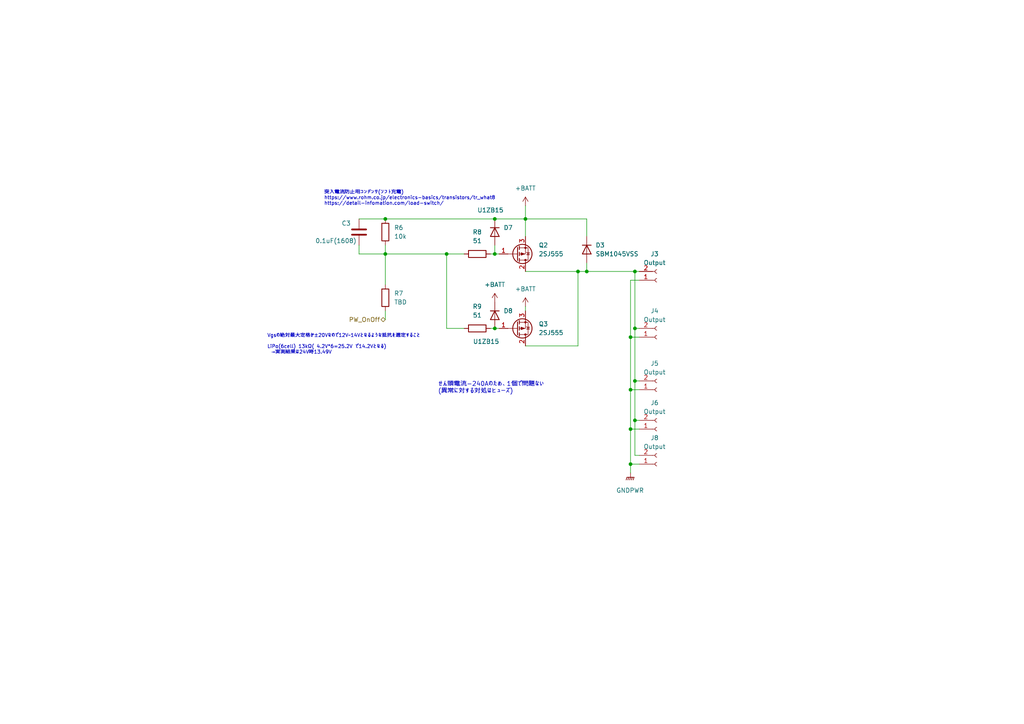
<source format=kicad_sch>
(kicad_sch (version 20211123) (generator eeschema)

  (uuid 4b06092e-e93f-44da-a259-385ace1d558d)

  (paper "A4")

  (title_block
    (date "2023-07-14")
    (rev "2.1")
    (comment 1 "v2.0 バッテリ/制御電源を絶縁、出力を4ch→1chに変更")
  )

  (lib_symbols
    (symbol "Connector:Conn_01x02_Female" (pin_names (offset 1.016) hide) (in_bom yes) (on_board yes)
      (property "Reference" "J" (id 0) (at 0 2.54 0)
        (effects (font (size 1.27 1.27)))
      )
      (property "Value" "Conn_01x02_Female" (id 1) (at 0 -5.08 0)
        (effects (font (size 1.27 1.27)))
      )
      (property "Footprint" "" (id 2) (at 0 0 0)
        (effects (font (size 1.27 1.27)) hide)
      )
      (property "Datasheet" "~" (id 3) (at 0 0 0)
        (effects (font (size 1.27 1.27)) hide)
      )
      (property "ki_keywords" "connector" (id 4) (at 0 0 0)
        (effects (font (size 1.27 1.27)) hide)
      )
      (property "ki_description" "Generic connector, single row, 01x02, script generated (kicad-library-utils/schlib/autogen/connector/)" (id 5) (at 0 0 0)
        (effects (font (size 1.27 1.27)) hide)
      )
      (property "ki_fp_filters" "Connector*:*_1x??_*" (id 6) (at 0 0 0)
        (effects (font (size 1.27 1.27)) hide)
      )
      (symbol "Conn_01x02_Female_1_1"
        (arc (start 0 -2.032) (mid -0.508 -2.54) (end 0 -3.048)
          (stroke (width 0.1524) (type default) (color 0 0 0 0))
          (fill (type none))
        )
        (polyline
          (pts
            (xy -1.27 -2.54)
            (xy -0.508 -2.54)
          )
          (stroke (width 0.1524) (type default) (color 0 0 0 0))
          (fill (type none))
        )
        (polyline
          (pts
            (xy -1.27 0)
            (xy -0.508 0)
          )
          (stroke (width 0.1524) (type default) (color 0 0 0 0))
          (fill (type none))
        )
        (arc (start 0 0.508) (mid -0.508 0) (end 0 -0.508)
          (stroke (width 0.1524) (type default) (color 0 0 0 0))
          (fill (type none))
        )
        (pin passive line (at -5.08 0 0) (length 3.81)
          (name "Pin_1" (effects (font (size 1.27 1.27))))
          (number "1" (effects (font (size 1.27 1.27))))
        )
        (pin passive line (at -5.08 -2.54 0) (length 3.81)
          (name "Pin_2" (effects (font (size 1.27 1.27))))
          (number "2" (effects (font (size 1.27 1.27))))
        )
      )
    )
    (symbol "Device:C" (pin_numbers hide) (pin_names (offset 0.254)) (in_bom yes) (on_board yes)
      (property "Reference" "C" (id 0) (at 0.635 2.54 0)
        (effects (font (size 1.27 1.27)) (justify left))
      )
      (property "Value" "C" (id 1) (at 0.635 -2.54 0)
        (effects (font (size 1.27 1.27)) (justify left))
      )
      (property "Footprint" "" (id 2) (at 0.9652 -3.81 0)
        (effects (font (size 1.27 1.27)) hide)
      )
      (property "Datasheet" "~" (id 3) (at 0 0 0)
        (effects (font (size 1.27 1.27)) hide)
      )
      (property "ki_keywords" "cap capacitor" (id 4) (at 0 0 0)
        (effects (font (size 1.27 1.27)) hide)
      )
      (property "ki_description" "Unpolarized capacitor" (id 5) (at 0 0 0)
        (effects (font (size 1.27 1.27)) hide)
      )
      (property "ki_fp_filters" "C_*" (id 6) (at 0 0 0)
        (effects (font (size 1.27 1.27)) hide)
      )
      (symbol "C_0_1"
        (polyline
          (pts
            (xy -2.032 -0.762)
            (xy 2.032 -0.762)
          )
          (stroke (width 0.508) (type default) (color 0 0 0 0))
          (fill (type none))
        )
        (polyline
          (pts
            (xy -2.032 0.762)
            (xy 2.032 0.762)
          )
          (stroke (width 0.508) (type default) (color 0 0 0 0))
          (fill (type none))
        )
      )
      (symbol "C_1_1"
        (pin passive line (at 0 3.81 270) (length 2.794)
          (name "~" (effects (font (size 1.27 1.27))))
          (number "1" (effects (font (size 1.27 1.27))))
        )
        (pin passive line (at 0 -3.81 90) (length 2.794)
          (name "~" (effects (font (size 1.27 1.27))))
          (number "2" (effects (font (size 1.27 1.27))))
        )
      )
    )
    (symbol "Device:D" (pin_numbers hide) (pin_names (offset 1.016) hide) (in_bom yes) (on_board yes)
      (property "Reference" "D" (id 0) (at 0 2.54 0)
        (effects (font (size 1.27 1.27)))
      )
      (property "Value" "D" (id 1) (at 0 -2.54 0)
        (effects (font (size 1.27 1.27)))
      )
      (property "Footprint" "" (id 2) (at 0 0 0)
        (effects (font (size 1.27 1.27)) hide)
      )
      (property "Datasheet" "~" (id 3) (at 0 0 0)
        (effects (font (size 1.27 1.27)) hide)
      )
      (property "ki_keywords" "diode" (id 4) (at 0 0 0)
        (effects (font (size 1.27 1.27)) hide)
      )
      (property "ki_description" "Diode" (id 5) (at 0 0 0)
        (effects (font (size 1.27 1.27)) hide)
      )
      (property "ki_fp_filters" "TO-???* *_Diode_* *SingleDiode* D_*" (id 6) (at 0 0 0)
        (effects (font (size 1.27 1.27)) hide)
      )
      (symbol "D_0_1"
        (polyline
          (pts
            (xy -1.27 1.27)
            (xy -1.27 -1.27)
          )
          (stroke (width 0.254) (type default) (color 0 0 0 0))
          (fill (type none))
        )
        (polyline
          (pts
            (xy 1.27 0)
            (xy -1.27 0)
          )
          (stroke (width 0) (type default) (color 0 0 0 0))
          (fill (type none))
        )
        (polyline
          (pts
            (xy 1.27 1.27)
            (xy 1.27 -1.27)
            (xy -1.27 0)
            (xy 1.27 1.27)
          )
          (stroke (width 0.254) (type default) (color 0 0 0 0))
          (fill (type none))
        )
      )
      (symbol "D_1_1"
        (pin passive line (at -3.81 0 0) (length 2.54)
          (name "K" (effects (font (size 1.27 1.27))))
          (number "1" (effects (font (size 1.27 1.27))))
        )
        (pin passive line (at 3.81 0 180) (length 2.54)
          (name "A" (effects (font (size 1.27 1.27))))
          (number "2" (effects (font (size 1.27 1.27))))
        )
      )
    )
    (symbol "Device:Q_PMOS_GDS" (pin_names (offset 0) hide) (in_bom yes) (on_board yes)
      (property "Reference" "Q" (id 0) (at 5.08 1.27 0)
        (effects (font (size 1.27 1.27)) (justify left))
      )
      (property "Value" "Q_PMOS_GDS" (id 1) (at 5.08 -1.27 0)
        (effects (font (size 1.27 1.27)) (justify left))
      )
      (property "Footprint" "" (id 2) (at 5.08 2.54 0)
        (effects (font (size 1.27 1.27)) hide)
      )
      (property "Datasheet" "~" (id 3) (at 0 0 0)
        (effects (font (size 1.27 1.27)) hide)
      )
      (property "ki_keywords" "transistor PMOS P-MOS P-MOSFET" (id 4) (at 0 0 0)
        (effects (font (size 1.27 1.27)) hide)
      )
      (property "ki_description" "P-MOSFET transistor, gate/drain/source" (id 5) (at 0 0 0)
        (effects (font (size 1.27 1.27)) hide)
      )
      (symbol "Q_PMOS_GDS_0_1"
        (polyline
          (pts
            (xy 0.254 0)
            (xy -2.54 0)
          )
          (stroke (width 0) (type default) (color 0 0 0 0))
          (fill (type none))
        )
        (polyline
          (pts
            (xy 0.254 1.905)
            (xy 0.254 -1.905)
          )
          (stroke (width 0.254) (type default) (color 0 0 0 0))
          (fill (type none))
        )
        (polyline
          (pts
            (xy 0.762 -1.27)
            (xy 0.762 -2.286)
          )
          (stroke (width 0.254) (type default) (color 0 0 0 0))
          (fill (type none))
        )
        (polyline
          (pts
            (xy 0.762 0.508)
            (xy 0.762 -0.508)
          )
          (stroke (width 0.254) (type default) (color 0 0 0 0))
          (fill (type none))
        )
        (polyline
          (pts
            (xy 0.762 2.286)
            (xy 0.762 1.27)
          )
          (stroke (width 0.254) (type default) (color 0 0 0 0))
          (fill (type none))
        )
        (polyline
          (pts
            (xy 2.54 2.54)
            (xy 2.54 1.778)
          )
          (stroke (width 0) (type default) (color 0 0 0 0))
          (fill (type none))
        )
        (polyline
          (pts
            (xy 2.54 -2.54)
            (xy 2.54 0)
            (xy 0.762 0)
          )
          (stroke (width 0) (type default) (color 0 0 0 0))
          (fill (type none))
        )
        (polyline
          (pts
            (xy 0.762 1.778)
            (xy 3.302 1.778)
            (xy 3.302 -1.778)
            (xy 0.762 -1.778)
          )
          (stroke (width 0) (type default) (color 0 0 0 0))
          (fill (type none))
        )
        (polyline
          (pts
            (xy 2.286 0)
            (xy 1.27 0.381)
            (xy 1.27 -0.381)
            (xy 2.286 0)
          )
          (stroke (width 0) (type default) (color 0 0 0 0))
          (fill (type outline))
        )
        (polyline
          (pts
            (xy 2.794 -0.508)
            (xy 2.921 -0.381)
            (xy 3.683 -0.381)
            (xy 3.81 -0.254)
          )
          (stroke (width 0) (type default) (color 0 0 0 0))
          (fill (type none))
        )
        (polyline
          (pts
            (xy 3.302 -0.381)
            (xy 2.921 0.254)
            (xy 3.683 0.254)
            (xy 3.302 -0.381)
          )
          (stroke (width 0) (type default) (color 0 0 0 0))
          (fill (type none))
        )
        (circle (center 1.651 0) (radius 2.794)
          (stroke (width 0.254) (type default) (color 0 0 0 0))
          (fill (type none))
        )
        (circle (center 2.54 -1.778) (radius 0.254)
          (stroke (width 0) (type default) (color 0 0 0 0))
          (fill (type outline))
        )
        (circle (center 2.54 1.778) (radius 0.254)
          (stroke (width 0) (type default) (color 0 0 0 0))
          (fill (type outline))
        )
      )
      (symbol "Q_PMOS_GDS_1_1"
        (pin input line (at -5.08 0 0) (length 2.54)
          (name "G" (effects (font (size 1.27 1.27))))
          (number "1" (effects (font (size 1.27 1.27))))
        )
        (pin passive line (at 2.54 5.08 270) (length 2.54)
          (name "D" (effects (font (size 1.27 1.27))))
          (number "2" (effects (font (size 1.27 1.27))))
        )
        (pin passive line (at 2.54 -5.08 90) (length 2.54)
          (name "S" (effects (font (size 1.27 1.27))))
          (number "3" (effects (font (size 1.27 1.27))))
        )
      )
    )
    (symbol "Device:R" (pin_numbers hide) (pin_names (offset 0)) (in_bom yes) (on_board yes)
      (property "Reference" "R" (id 0) (at 2.032 0 90)
        (effects (font (size 1.27 1.27)))
      )
      (property "Value" "R" (id 1) (at 0 0 90)
        (effects (font (size 1.27 1.27)))
      )
      (property "Footprint" "" (id 2) (at -1.778 0 90)
        (effects (font (size 1.27 1.27)) hide)
      )
      (property "Datasheet" "~" (id 3) (at 0 0 0)
        (effects (font (size 1.27 1.27)) hide)
      )
      (property "ki_keywords" "R res resistor" (id 4) (at 0 0 0)
        (effects (font (size 1.27 1.27)) hide)
      )
      (property "ki_description" "Resistor" (id 5) (at 0 0 0)
        (effects (font (size 1.27 1.27)) hide)
      )
      (property "ki_fp_filters" "R_*" (id 6) (at 0 0 0)
        (effects (font (size 1.27 1.27)) hide)
      )
      (symbol "R_0_1"
        (rectangle (start -1.016 -2.54) (end 1.016 2.54)
          (stroke (width 0.254) (type default) (color 0 0 0 0))
          (fill (type none))
        )
      )
      (symbol "R_1_1"
        (pin passive line (at 0 3.81 270) (length 1.27)
          (name "~" (effects (font (size 1.27 1.27))))
          (number "1" (effects (font (size 1.27 1.27))))
        )
        (pin passive line (at 0 -3.81 90) (length 1.27)
          (name "~" (effects (font (size 1.27 1.27))))
          (number "2" (effects (font (size 1.27 1.27))))
        )
      )
    )
    (symbol "power:+BATT" (power) (pin_names (offset 0)) (in_bom yes) (on_board yes)
      (property "Reference" "#PWR" (id 0) (at 0 -3.81 0)
        (effects (font (size 1.27 1.27)) hide)
      )
      (property "Value" "+BATT" (id 1) (at 0 3.556 0)
        (effects (font (size 1.27 1.27)))
      )
      (property "Footprint" "" (id 2) (at 0 0 0)
        (effects (font (size 1.27 1.27)) hide)
      )
      (property "Datasheet" "" (id 3) (at 0 0 0)
        (effects (font (size 1.27 1.27)) hide)
      )
      (property "ki_keywords" "power-flag battery" (id 4) (at 0 0 0)
        (effects (font (size 1.27 1.27)) hide)
      )
      (property "ki_description" "Power symbol creates a global label with name \"+BATT\"" (id 5) (at 0 0 0)
        (effects (font (size 1.27 1.27)) hide)
      )
      (symbol "+BATT_0_1"
        (polyline
          (pts
            (xy -0.762 1.27)
            (xy 0 2.54)
          )
          (stroke (width 0) (type default) (color 0 0 0 0))
          (fill (type none))
        )
        (polyline
          (pts
            (xy 0 0)
            (xy 0 2.54)
          )
          (stroke (width 0) (type default) (color 0 0 0 0))
          (fill (type none))
        )
        (polyline
          (pts
            (xy 0 2.54)
            (xy 0.762 1.27)
          )
          (stroke (width 0) (type default) (color 0 0 0 0))
          (fill (type none))
        )
      )
      (symbol "+BATT_1_1"
        (pin power_in line (at 0 0 90) (length 0) hide
          (name "+BATT" (effects (font (size 1.27 1.27))))
          (number "1" (effects (font (size 1.27 1.27))))
        )
      )
    )
    (symbol "power:GNDPWR" (power) (pin_names (offset 0)) (in_bom yes) (on_board yes)
      (property "Reference" "#PWR" (id 0) (at 0 -5.08 0)
        (effects (font (size 1.27 1.27)) hide)
      )
      (property "Value" "GNDPWR" (id 1) (at 0 -3.302 0)
        (effects (font (size 1.27 1.27)))
      )
      (property "Footprint" "" (id 2) (at 0 -1.27 0)
        (effects (font (size 1.27 1.27)) hide)
      )
      (property "Datasheet" "" (id 3) (at 0 -1.27 0)
        (effects (font (size 1.27 1.27)) hide)
      )
      (property "ki_keywords" "power-flag" (id 4) (at 0 0 0)
        (effects (font (size 1.27 1.27)) hide)
      )
      (property "ki_description" "Power symbol creates a global label with name \"GNDPWR\" , power ground" (id 5) (at 0 0 0)
        (effects (font (size 1.27 1.27)) hide)
      )
      (symbol "GNDPWR_0_1"
        (polyline
          (pts
            (xy 0 -1.27)
            (xy 0 0)
          )
          (stroke (width 0) (type default) (color 0 0 0 0))
          (fill (type none))
        )
        (polyline
          (pts
            (xy -1.016 -1.27)
            (xy -1.27 -2.032)
            (xy -1.27 -2.032)
          )
          (stroke (width 0.2032) (type default) (color 0 0 0 0))
          (fill (type none))
        )
        (polyline
          (pts
            (xy -0.508 -1.27)
            (xy -0.762 -2.032)
            (xy -0.762 -2.032)
          )
          (stroke (width 0.2032) (type default) (color 0 0 0 0))
          (fill (type none))
        )
        (polyline
          (pts
            (xy 0 -1.27)
            (xy -0.254 -2.032)
            (xy -0.254 -2.032)
          )
          (stroke (width 0.2032) (type default) (color 0 0 0 0))
          (fill (type none))
        )
        (polyline
          (pts
            (xy 0.508 -1.27)
            (xy 0.254 -2.032)
            (xy 0.254 -2.032)
          )
          (stroke (width 0.2032) (type default) (color 0 0 0 0))
          (fill (type none))
        )
        (polyline
          (pts
            (xy 1.016 -1.27)
            (xy -1.016 -1.27)
            (xy -1.016 -1.27)
          )
          (stroke (width 0.2032) (type default) (color 0 0 0 0))
          (fill (type none))
        )
        (polyline
          (pts
            (xy 1.016 -1.27)
            (xy 0.762 -2.032)
            (xy 0.762 -2.032)
            (xy 0.762 -2.032)
          )
          (stroke (width 0.2032) (type default) (color 0 0 0 0))
          (fill (type none))
        )
      )
      (symbol "GNDPWR_1_1"
        (pin power_in line (at 0 0 270) (length 0) hide
          (name "GNDPWR" (effects (font (size 1.27 1.27))))
          (number "1" (effects (font (size 1.27 1.27))))
        )
      )
    )
  )

  (junction (at 170.18 78.74) (diameter 0) (color 0 0 0 0)
    (uuid 531c408c-9e99-4c0f-b1be-70ffebbab032)
  )
  (junction (at 184.15 110.49) (diameter 0) (color 0 0 0 0)
    (uuid 591af136-bfef-4f06-93a4-0cf7f2a9338a)
  )
  (junction (at 182.88 97.79) (diameter 0) (color 0 0 0 0)
    (uuid 5e73d8ab-4de3-4c66-a5bd-a4c64b1c59d1)
  )
  (junction (at 182.88 134.62) (diameter 0) (color 0 0 0 0)
    (uuid 7aec04d8-58f0-43c9-bed5-8f8cc444f97c)
  )
  (junction (at 111.76 73.66) (diameter 0) (color 0 0 0 0)
    (uuid 87df8969-c9d4-4a27-8b30-a46115c52469)
  )
  (junction (at 152.4 63.5) (diameter 0) (color 0 0 0 0)
    (uuid 9df9e3e8-65e2-425d-9bb9-d8caaa809f08)
  )
  (junction (at 111.76 63.5) (diameter 0) (color 0 0 0 0)
    (uuid a70ac92a-7281-4c37-b45b-c748e29ac74c)
  )
  (junction (at 143.51 63.5) (diameter 0) (color 0 0 0 0)
    (uuid b068dc1e-e58a-4ae9-86bd-b45a7509ccb7)
  )
  (junction (at 129.54 73.66) (diameter 0) (color 0 0 0 0)
    (uuid b77d3f36-c921-4346-8eab-895b1690118e)
  )
  (junction (at 167.64 78.74) (diameter 0) (color 0 0 0 0)
    (uuid bea674af-25ca-44f5-8626-f5c5e106a0c2)
  )
  (junction (at 182.88 124.46) (diameter 0) (color 0 0 0 0)
    (uuid cc9d8d89-d1f1-4b1b-a500-eec53b3fd237)
  )
  (junction (at 143.51 95.25) (diameter 0) (color 0 0 0 0)
    (uuid d42a95e7-47b1-4293-a6fb-22816b5c5835)
  )
  (junction (at 182.88 113.03) (diameter 0) (color 0 0 0 0)
    (uuid d49c381a-d21a-451f-8b89-ca419680f5bb)
  )
  (junction (at 184.15 78.74) (diameter 0) (color 0 0 0 0)
    (uuid e3cf8c9c-4b06-47ef-bb63-469b53982a13)
  )
  (junction (at 143.51 73.66) (diameter 0) (color 0 0 0 0)
    (uuid e8f87cbb-81c9-4e7c-ab6e-95facdf865a9)
  )
  (junction (at 184.15 95.25) (diameter 0) (color 0 0 0 0)
    (uuid eac6cba7-d28a-48cf-ad90-b39e52d238e4)
  )
  (junction (at 184.15 121.92) (diameter 0) (color 0 0 0 0)
    (uuid f7ab278f-0e4d-4432-8e9d-62d221ad266f)
  )

  (wire (pts (xy 182.88 137.16) (xy 182.88 134.62))
    (stroke (width 0) (type default) (color 0 0 0 0))
    (uuid 01526839-24b7-4b77-bc29-8fba32eea208)
  )
  (wire (pts (xy 152.4 78.74) (xy 167.64 78.74))
    (stroke (width 0) (type default) (color 0 0 0 0))
    (uuid 09ce58bf-b305-4cfb-b459-c1d1119f7726)
  )
  (wire (pts (xy 111.76 73.66) (xy 104.14 73.66))
    (stroke (width 0) (type default) (color 0 0 0 0))
    (uuid 0c590ff3-1fce-4c47-a445-69484d25c40a)
  )
  (wire (pts (xy 129.54 73.66) (xy 134.62 73.66))
    (stroke (width 0) (type default) (color 0 0 0 0))
    (uuid 2070c959-b209-400a-aee0-8dce49cd9fb6)
  )
  (wire (pts (xy 152.4 59.69) (xy 152.4 63.5))
    (stroke (width 0) (type default) (color 0 0 0 0))
    (uuid 21d7d314-d8a8-4a3b-a702-7afd49d13dc3)
  )
  (wire (pts (xy 152.4 100.33) (xy 167.64 100.33))
    (stroke (width 0) (type default) (color 0 0 0 0))
    (uuid 26da9679-4e28-41ff-a4ec-33bdba893da4)
  )
  (wire (pts (xy 104.14 63.5) (xy 111.76 63.5))
    (stroke (width 0) (type default) (color 0 0 0 0))
    (uuid 2a43154e-4172-44ef-ab19-916a191956a3)
  )
  (wire (pts (xy 129.54 73.66) (xy 129.54 95.25))
    (stroke (width 0) (type default) (color 0 0 0 0))
    (uuid 2bc05357-b256-4fd1-a73e-46fe8c964aee)
  )
  (wire (pts (xy 182.88 124.46) (xy 182.88 113.03))
    (stroke (width 0) (type default) (color 0 0 0 0))
    (uuid 2de97127-53bf-4c49-a05a-50879dc98c51)
  )
  (wire (pts (xy 182.88 97.79) (xy 182.88 81.28))
    (stroke (width 0) (type default) (color 0 0 0 0))
    (uuid 2f4feff1-65a5-4dd8-9ce8-aab2793c9641)
  )
  (wire (pts (xy 111.76 73.66) (xy 129.54 73.66))
    (stroke (width 0) (type default) (color 0 0 0 0))
    (uuid 2f50a873-7eed-4523-91d8-3676c63e3b75)
  )
  (wire (pts (xy 184.15 132.08) (xy 184.15 121.92))
    (stroke (width 0) (type default) (color 0 0 0 0))
    (uuid 32f9e766-9bf8-4e20-b202-b849997055a2)
  )
  (wire (pts (xy 167.64 78.74) (xy 170.18 78.74))
    (stroke (width 0) (type default) (color 0 0 0 0))
    (uuid 4142e3e8-e601-4197-95bf-a8d50e8ff3ef)
  )
  (wire (pts (xy 143.51 73.66) (xy 144.78 73.66))
    (stroke (width 0) (type default) (color 0 0 0 0))
    (uuid 50136004-98b6-4c45-861c-27c2e0a51317)
  )
  (wire (pts (xy 182.88 124.46) (xy 185.42 124.46))
    (stroke (width 0) (type default) (color 0 0 0 0))
    (uuid 53a210f6-ed44-4b20-9530-adc90c90b0fa)
  )
  (wire (pts (xy 111.76 71.12) (xy 111.76 73.66))
    (stroke (width 0) (type default) (color 0 0 0 0))
    (uuid 5ba8225d-58e3-4a9a-be74-5f5630ac4f2b)
  )
  (wire (pts (xy 182.88 134.62) (xy 182.88 124.46))
    (stroke (width 0) (type default) (color 0 0 0 0))
    (uuid 5f8e8902-754c-4dd0-a7c6-4a3d203beca8)
  )
  (wire (pts (xy 152.4 63.5) (xy 152.4 68.58))
    (stroke (width 0) (type default) (color 0 0 0 0))
    (uuid 61ae43d7-ad75-4e31-8c1b-b4eb2534daa2)
  )
  (wire (pts (xy 182.88 134.62) (xy 185.42 134.62))
    (stroke (width 0) (type default) (color 0 0 0 0))
    (uuid 660921ef-0b7c-4ef5-96f7-630d599ce19e)
  )
  (wire (pts (xy 182.88 97.79) (xy 185.42 97.79))
    (stroke (width 0) (type default) (color 0 0 0 0))
    (uuid 690253b0-d760-4f87-91a7-6bb235e58756)
  )
  (wire (pts (xy 143.51 63.5) (xy 152.4 63.5))
    (stroke (width 0) (type default) (color 0 0 0 0))
    (uuid 6c5903d3-e93c-43b3-95da-491decff227f)
  )
  (wire (pts (xy 182.88 113.03) (xy 185.42 113.03))
    (stroke (width 0) (type default) (color 0 0 0 0))
    (uuid 7fc2e7fb-6405-4b53-bcb6-e5beed9984fe)
  )
  (wire (pts (xy 185.42 110.49) (xy 184.15 110.49))
    (stroke (width 0) (type default) (color 0 0 0 0))
    (uuid 85006390-ffc0-46d3-bac2-2b6a082ca7a3)
  )
  (wire (pts (xy 143.51 95.25) (xy 144.78 95.25))
    (stroke (width 0) (type default) (color 0 0 0 0))
    (uuid 87ed6d29-7e44-4ef5-acd4-ac5ee130de89)
  )
  (wire (pts (xy 184.15 78.74) (xy 185.42 78.74))
    (stroke (width 0) (type default) (color 0 0 0 0))
    (uuid 8c19158f-ab5a-4163-a77a-573027e9cccf)
  )
  (wire (pts (xy 104.14 73.66) (xy 104.14 71.12))
    (stroke (width 0) (type default) (color 0 0 0 0))
    (uuid 8d5415b9-7d82-42ae-a817-7731223d1a08)
  )
  (wire (pts (xy 111.76 73.66) (xy 111.76 82.55))
    (stroke (width 0) (type default) (color 0 0 0 0))
    (uuid 8f44137c-0051-40ff-98b3-2a3911006058)
  )
  (wire (pts (xy 184.15 121.92) (xy 185.42 121.92))
    (stroke (width 0) (type default) (color 0 0 0 0))
    (uuid 9c735ee2-53a7-4ff6-bd8a-6b6d4dd947d3)
  )
  (wire (pts (xy 185.42 95.25) (xy 184.15 95.25))
    (stroke (width 0) (type default) (color 0 0 0 0))
    (uuid 9f4280a2-e95d-4e1d-a2ef-c3392544416a)
  )
  (wire (pts (xy 170.18 68.58) (xy 170.18 63.5))
    (stroke (width 0) (type default) (color 0 0 0 0))
    (uuid aea2ee18-8e64-48d1-8c50-c9e4f8245062)
  )
  (wire (pts (xy 185.42 132.08) (xy 184.15 132.08))
    (stroke (width 0) (type default) (color 0 0 0 0))
    (uuid af2871bc-7483-4465-91bf-2330579c57ef)
  )
  (wire (pts (xy 152.4 88.9) (xy 152.4 90.17))
    (stroke (width 0) (type default) (color 0 0 0 0))
    (uuid b079b053-f0b9-42d9-839b-47085f79c829)
  )
  (wire (pts (xy 184.15 95.25) (xy 184.15 78.74))
    (stroke (width 0) (type default) (color 0 0 0 0))
    (uuid b439f948-69de-4dde-96c3-e4f095dc65a9)
  )
  (wire (pts (xy 184.15 110.49) (xy 184.15 121.92))
    (stroke (width 0) (type default) (color 0 0 0 0))
    (uuid b68b87ac-57c5-4023-9fcb-084b94c801d4)
  )
  (wire (pts (xy 182.88 113.03) (xy 182.88 97.79))
    (stroke (width 0) (type default) (color 0 0 0 0))
    (uuid bedfebff-b5cf-42fc-a609-177ba16e93eb)
  )
  (wire (pts (xy 167.64 100.33) (xy 167.64 78.74))
    (stroke (width 0) (type default) (color 0 0 0 0))
    (uuid c112c1ef-7839-4042-bc72-ae3011343623)
  )
  (wire (pts (xy 142.24 95.25) (xy 143.51 95.25))
    (stroke (width 0) (type default) (color 0 0 0 0))
    (uuid c11ebe43-f937-42f7-91c5-4662d3b1cf30)
  )
  (wire (pts (xy 129.54 95.25) (xy 134.62 95.25))
    (stroke (width 0) (type default) (color 0 0 0 0))
    (uuid d4b765ad-15d5-4440-a7e2-7ba3040b51ed)
  )
  (wire (pts (xy 111.76 90.17) (xy 111.76 92.71))
    (stroke (width 0) (type default) (color 0 0 0 0))
    (uuid d58a31f7-6802-4c9b-8182-5ba1078e246c)
  )
  (wire (pts (xy 142.24 73.66) (xy 143.51 73.66))
    (stroke (width 0) (type default) (color 0 0 0 0))
    (uuid dabd5fa3-5d94-4d62-a32c-c3793c3bfeb0)
  )
  (wire (pts (xy 184.15 110.49) (xy 184.15 95.25))
    (stroke (width 0) (type default) (color 0 0 0 0))
    (uuid dbc190f2-92a5-4dea-9f4f-49b4143d723c)
  )
  (wire (pts (xy 143.51 71.12) (xy 143.51 73.66))
    (stroke (width 0) (type default) (color 0 0 0 0))
    (uuid e21d64ec-ca99-4407-b0c3-b56476ec34c2)
  )
  (wire (pts (xy 170.18 63.5) (xy 152.4 63.5))
    (stroke (width 0) (type default) (color 0 0 0 0))
    (uuid ebc6ad0f-7854-488e-8e83-446475209337)
  )
  (wire (pts (xy 111.76 63.5) (xy 143.51 63.5))
    (stroke (width 0) (type default) (color 0 0 0 0))
    (uuid f0ab5267-cc47-4868-8042-c616ee37a414)
  )
  (wire (pts (xy 170.18 78.74) (xy 184.15 78.74))
    (stroke (width 0) (type default) (color 0 0 0 0))
    (uuid f3af70d8-664b-43ac-8738-8e5e9c5f375e)
  )
  (wire (pts (xy 170.18 76.2) (xy 170.18 78.74))
    (stroke (width 0) (type default) (color 0 0 0 0))
    (uuid f55c2f57-6d22-4587-b2d1-37d0c53c6ce3)
  )
  (wire (pts (xy 182.88 81.28) (xy 185.42 81.28))
    (stroke (width 0) (type default) (color 0 0 0 0))
    (uuid fb036581-9c5a-4eb2-8628-4cb714044ad0)
  )

  (text "突入電流防止用コンデンサ(ソフト充電)\nhttps://www.rohm.co.jp/electronics-basics/transistors/tr_what8\nhttps://detail-infomation.com/load-switch/"
    (at 93.98 59.69 0)
    (effects (font (size 1 1)) (justify left bottom))
    (uuid 05da8274-e3f8-4129-9736-2d127c0935ee)
  )
  (text "Vgsの絶対最大定格が±20Vなので12V~14Vとなるような抵抗を選定すること\n\nLiPo(6cell) 13kΩ( 4.2V*6=25.2V で14.2Vとなる)\n　→実測結果は24V時13.49V"
    (at 77.47 102.87 0)
    (effects (font (size 1 1)) (justify left bottom))
    (uuid 1dafe483-7653-4a73-8205-2df083e2f443)
  )
  (text "せん頭電流-240Aのため、1個で問題ない\n(異常に対する対処はヒューズ)" (at 127 114.3 0)
    (effects (font (size 1.27 1.27)) (justify left bottom))
    (uuid 27dd4dc5-0ec3-4808-9a51-ae40835169ab)
  )

  (hierarchical_label "PW_OnOff" (shape bidirectional) (at 111.76 92.71 180)
    (effects (font (size 1.27 1.27)) (justify right))
    (uuid 056761fe-b92f-4bfc-a580-3f402ca9506e)
  )

  (symbol (lib_id "power:+BATT") (at 152.4 59.69 0) (unit 1)
    (in_bom yes) (on_board yes) (fields_autoplaced)
    (uuid 0a247fb6-0f2f-45c4-9719-64a3a5ad9cd3)
    (property "Reference" "#PWR016" (id 0) (at 152.4 63.5 0)
      (effects (font (size 1.27 1.27)) hide)
    )
    (property "Value" "+BATT" (id 1) (at 152.4 54.61 0))
    (property "Footprint" "" (id 2) (at 152.4 59.69 0)
      (effects (font (size 1.27 1.27)) hide)
    )
    (property "Datasheet" "" (id 3) (at 152.4 59.69 0)
      (effects (font (size 1.27 1.27)) hide)
    )
    (pin "1" (uuid ddfc9f63-daa9-4875-b9e5-185b045ff12c))
  )

  (symbol (lib_id "Connector:Conn_01x02_Female") (at 190.5 134.62 0) (mirror x) (unit 1)
    (in_bom yes) (on_board yes) (fields_autoplaced)
    (uuid 13427e0d-38ea-478e-8846-96b083210f9b)
    (property "Reference" "J8" (id 0) (at 189.865 127 0))
    (property "Value" "Output" (id 1) (at 189.865 129.54 0))
    (property "Footprint" "Connector_AMASS:AMASS_XT30U-F_1x02_P5.0mm_Vertical" (id 2) (at 190.5 134.62 0)
      (effects (font (size 1.27 1.27)) hide)
    )
    (property "Datasheet" "~" (id 3) (at 190.5 134.62 0)
      (effects (font (size 1.27 1.27)) hide)
    )
    (pin "1" (uuid d93a9d99-282e-45d5-ad0b-5e4dd3e373ad))
    (pin "2" (uuid 990db5ff-0203-43ba-827b-a146f73ba24f))
  )

  (symbol (lib_id "power:+BATT") (at 143.51 87.63 0) (unit 1)
    (in_bom yes) (on_board yes) (fields_autoplaced)
    (uuid 2fc200ea-a4db-461c-a881-e37f0243bff1)
    (property "Reference" "#PWR0103" (id 0) (at 143.51 91.44 0)
      (effects (font (size 1.27 1.27)) hide)
    )
    (property "Value" "+BATT" (id 1) (at 143.51 82.55 0))
    (property "Footprint" "" (id 2) (at 143.51 87.63 0)
      (effects (font (size 1.27 1.27)) hide)
    )
    (property "Datasheet" "" (id 3) (at 143.51 87.63 0)
      (effects (font (size 1.27 1.27)) hide)
    )
    (pin "1" (uuid fb15c37d-7997-41f8-9b16-4cad1717dd06))
  )

  (symbol (lib_id "power:+BATT") (at 152.4 88.9 0) (unit 1)
    (in_bom yes) (on_board yes) (fields_autoplaced)
    (uuid 3768922b-b0e9-43e5-843c-39f05fa7e86f)
    (property "Reference" "#PWR017" (id 0) (at 152.4 92.71 0)
      (effects (font (size 1.27 1.27)) hide)
    )
    (property "Value" "+BATT" (id 1) (at 152.4 83.82 0))
    (property "Footprint" "" (id 2) (at 152.4 88.9 0)
      (effects (font (size 1.27 1.27)) hide)
    )
    (property "Datasheet" "" (id 3) (at 152.4 88.9 0)
      (effects (font (size 1.27 1.27)) hide)
    )
    (pin "1" (uuid 17e9bad3-f6bf-4e65-b194-41b0a5f53346))
  )

  (symbol (lib_id "Connector:Conn_01x02_Female") (at 190.5 81.28 0) (mirror x) (unit 1)
    (in_bom yes) (on_board yes) (fields_autoplaced)
    (uuid 42f82359-18ba-4730-9b6b-81f49e00a137)
    (property "Reference" "J3" (id 0) (at 189.865 73.66 0))
    (property "Value" "Output" (id 1) (at 189.865 76.2 0))
    (property "Footprint" "Connector_AMASS:AMASS_XT60-F_1x02_P7.20mm_Vertical" (id 2) (at 190.5 81.28 0)
      (effects (font (size 1.27 1.27)) hide)
    )
    (property "Datasheet" "~" (id 3) (at 190.5 81.28 0)
      (effects (font (size 1.27 1.27)) hide)
    )
    (pin "1" (uuid 513e2ee4-a291-4099-8e11-03c2aeb95f99))
    (pin "2" (uuid 84c010db-124e-445d-9734-d222e77c12a8))
  )

  (symbol (lib_id "Device:C") (at 104.14 67.31 0) (unit 1)
    (in_bom yes) (on_board yes)
    (uuid 4515c77a-15ed-485f-a71d-9eb5377b2290)
    (property "Reference" "C3" (id 0) (at 99.06 64.77 0)
      (effects (font (size 1.27 1.27)) (justify left))
    )
    (property "Value" "0.1uF(1608)" (id 1) (at 91.44 69.85 0)
      (effects (font (size 1.27 1.27)) (justify left))
    )
    (property "Footprint" "Capacitor_SMD:C_0603_1608Metric_Pad1.08x0.95mm_HandSolder" (id 2) (at 105.1052 71.12 0)
      (effects (font (size 1.27 1.27)) hide)
    )
    (property "Datasheet" "~" (id 3) (at 104.14 67.31 0)
      (effects (font (size 1.27 1.27)) hide)
    )
    (pin "1" (uuid a89f9b88-6ccf-4c09-8f77-d3bed24f0838))
    (pin "2" (uuid 17c40444-d0a8-4097-b413-c361411494d2))
  )

  (symbol (lib_id "Device:Q_PMOS_GDS") (at 149.86 73.66 0) (mirror x) (unit 1)
    (in_bom yes) (on_board yes)
    (uuid 566e0c95-d736-46d3-91ec-05e2858f1be4)
    (property "Reference" "Q2" (id 0) (at 156.21 71.12 0)
      (effects (font (size 1.27 1.27)) (justify left))
    )
    (property "Value" "2SJ555" (id 1) (at 156.21 73.66 0)
      (effects (font (size 1.27 1.27)) (justify left))
    )
    (property "Footprint" "Package_TO_SOT_THT:TO-3P-3_Vertical" (id 2) (at 154.94 76.2 0)
      (effects (font (size 1.27 1.27)) hide)
    )
    (property "Datasheet" "~" (id 3) (at 149.86 73.66 0)
      (effects (font (size 1.27 1.27)) hide)
    )
    (pin "1" (uuid 35431b0a-96d8-4b76-aab9-cf95cfbdeca9))
    (pin "2" (uuid caa6a629-ae55-4e25-9b4f-320d64a60541))
    (pin "3" (uuid 9173a8eb-b39a-4713-84f8-38640fec8a37))
  )

  (symbol (lib_id "Device:R") (at 111.76 67.31 0) (unit 1)
    (in_bom yes) (on_board yes) (fields_autoplaced)
    (uuid 5f51d9a3-ea73-470d-a4ab-c25b012940ab)
    (property "Reference" "R6" (id 0) (at 114.3 66.0399 0)
      (effects (font (size 1.27 1.27)) (justify left))
    )
    (property "Value" "10k" (id 1) (at 114.3 68.5799 0)
      (effects (font (size 1.27 1.27)) (justify left))
    )
    (property "Footprint" "Resistor_SMD:R_0603_1608Metric_Pad0.98x0.95mm_HandSolder" (id 2) (at 109.982 67.31 90)
      (effects (font (size 1.27 1.27)) hide)
    )
    (property "Datasheet" "~" (id 3) (at 111.76 67.31 0)
      (effects (font (size 1.27 1.27)) hide)
    )
    (pin "1" (uuid afe06733-ea21-4594-92a4-8dafbd7e022a))
    (pin "2" (uuid ab91fb33-4cc2-4b29-8ee9-48d97240c0a5))
  )

  (symbol (lib_id "Device:D") (at 170.18 72.39 270) (unit 1)
    (in_bom yes) (on_board yes) (fields_autoplaced)
    (uuid 6241c9f4-0903-4c2b-ba8e-0febb2c07887)
    (property "Reference" "D3" (id 0) (at 172.72 71.1199 90)
      (effects (font (size 1.27 1.27)) (justify left))
    )
    (property "Value" "SBM1045VSS" (id 1) (at 172.72 73.6599 90)
      (effects (font (size 1.27 1.27)) (justify left))
    )
    (property "Footprint" "Diode_THT:D_DO-201_P15.24mm_Horizontal" (id 2) (at 170.18 72.39 0)
      (effects (font (size 1.27 1.27)) hide)
    )
    (property "Datasheet" "~" (id 3) (at 170.18 72.39 0)
      (effects (font (size 1.27 1.27)) hide)
    )
    (pin "1" (uuid 33b8b05a-14c3-41e4-b32f-e0f350da39f6))
    (pin "2" (uuid 6337088b-c7da-4158-99b8-cbe82f513f4a))
  )

  (symbol (lib_id "Device:R") (at 138.43 73.66 90) (unit 1)
    (in_bom yes) (on_board yes) (fields_autoplaced)
    (uuid 68d4edfd-c8ec-4c7d-b141-d15697143b39)
    (property "Reference" "R8" (id 0) (at 138.43 67.31 90))
    (property "Value" "51" (id 1) (at 138.43 69.85 90))
    (property "Footprint" "Resistor_SMD:R_0603_1608Metric_Pad0.98x0.95mm_HandSolder" (id 2) (at 138.43 75.438 90)
      (effects (font (size 1.27 1.27)) hide)
    )
    (property "Datasheet" "~" (id 3) (at 138.43 73.66 0)
      (effects (font (size 1.27 1.27)) hide)
    )
    (pin "1" (uuid ef3dc9ce-0b57-4c70-9181-12d122f82043))
    (pin "2" (uuid 072df4ec-ef0f-46e7-b86e-8d12c751e2fc))
  )

  (symbol (lib_id "Device:Q_PMOS_GDS") (at 149.86 95.25 0) (mirror x) (unit 1)
    (in_bom yes) (on_board yes) (fields_autoplaced)
    (uuid 6e71640f-57bd-433d-92af-dc07ef1f4a47)
    (property "Reference" "Q3" (id 0) (at 156.21 93.9799 0)
      (effects (font (size 1.27 1.27)) (justify left))
    )
    (property "Value" "2SJ555" (id 1) (at 156.21 96.5199 0)
      (effects (font (size 1.27 1.27)) (justify left))
    )
    (property "Footprint" "Package_TO_SOT_THT:TO-3P-3_Vertical" (id 2) (at 154.94 97.79 0)
      (effects (font (size 1.27 1.27)) hide)
    )
    (property "Datasheet" "~" (id 3) (at 149.86 95.25 0)
      (effects (font (size 1.27 1.27)) hide)
    )
    (pin "1" (uuid ac9a2819-1e7f-4944-9175-f0bf1fc983f6))
    (pin "2" (uuid 8db83897-02d9-465e-8355-d575e0c3e58d))
    (pin "3" (uuid b2a67a80-4641-4eb4-85d2-3e881b9b0d81))
  )

  (symbol (lib_id "Device:D") (at 143.51 91.44 270) (unit 1)
    (in_bom yes) (on_board yes)
    (uuid 8bde9e32-a352-4d62-a5e9-b8fa62e119c4)
    (property "Reference" "D8" (id 0) (at 146.05 90.1699 90)
      (effects (font (size 1.27 1.27)) (justify left))
    )
    (property "Value" "U1ZB15" (id 1) (at 137.16 99.06 90)
      (effects (font (size 1.27 1.27)) (justify left))
    )
    (property "Footprint" "Diode_SMD:D_SMB_Handsoldering" (id 2) (at 143.51 91.44 0)
      (effects (font (size 1.27 1.27)) hide)
    )
    (property "Datasheet" "~" (id 3) (at 143.51 91.44 0)
      (effects (font (size 1.27 1.27)) hide)
    )
    (pin "1" (uuid f651984d-d4b4-44fc-9321-2ce5885c0de5))
    (pin "2" (uuid 9b06cb18-cd3c-4857-9978-94f9ddca14b2))
  )

  (symbol (lib_id "Device:R") (at 111.76 86.36 0) (unit 1)
    (in_bom yes) (on_board yes) (fields_autoplaced)
    (uuid 92cd6358-f20b-4eea-a110-6b48fab456e9)
    (property "Reference" "R7" (id 0) (at 114.3 85.0899 0)
      (effects (font (size 1.27 1.27)) (justify left))
    )
    (property "Value" "TBD" (id 1) (at 114.3 87.6299 0)
      (effects (font (size 1.27 1.27)) (justify left))
    )
    (property "Footprint" "Resistor_SMD:R_0603_1608Metric_Pad0.98x0.95mm_HandSolder" (id 2) (at 109.982 86.36 90)
      (effects (font (size 1.27 1.27)) hide)
    )
    (property "Datasheet" "~" (id 3) (at 111.76 86.36 0)
      (effects (font (size 1.27 1.27)) hide)
    )
    (pin "1" (uuid 2da661eb-5e48-4340-9c5f-fffb5a2181c6))
    (pin "2" (uuid bddaf08a-1ed1-4046-b813-104380db97f5))
  )

  (symbol (lib_id "Device:D") (at 143.51 67.31 270) (unit 1)
    (in_bom yes) (on_board yes)
    (uuid 9cef66c9-8ec4-4cef-b8e4-c2fec425efca)
    (property "Reference" "D7" (id 0) (at 146.05 66.0399 90)
      (effects (font (size 1.27 1.27)) (justify left))
    )
    (property "Value" "U1ZB15" (id 1) (at 138.43 60.96 90)
      (effects (font (size 1.27 1.27)) (justify left))
    )
    (property "Footprint" "Diode_SMD:D_SMB_Handsoldering" (id 2) (at 143.51 67.31 0)
      (effects (font (size 1.27 1.27)) hide)
    )
    (property "Datasheet" "~" (id 3) (at 143.51 67.31 0)
      (effects (font (size 1.27 1.27)) hide)
    )
    (pin "1" (uuid df5fe2b2-4d90-43e2-bea0-4493b3606008))
    (pin "2" (uuid 7fe47808-3d6f-4458-b1ed-980396e97241))
  )

  (symbol (lib_id "Connector:Conn_01x02_Female") (at 190.5 97.79 0) (mirror x) (unit 1)
    (in_bom yes) (on_board yes) (fields_autoplaced)
    (uuid a2e29a35-6952-4ebc-8ce7-b7640e0e8213)
    (property "Reference" "J4" (id 0) (at 189.865 90.17 0))
    (property "Value" "Output" (id 1) (at 189.865 92.71 0))
    (property "Footprint" "Connector_AMASS:AMASS_XT60-F_1x02_P7.20mm_Vertical" (id 2) (at 190.5 97.79 0)
      (effects (font (size 1.27 1.27)) hide)
    )
    (property "Datasheet" "~" (id 3) (at 190.5 97.79 0)
      (effects (font (size 1.27 1.27)) hide)
    )
    (pin "1" (uuid 008d3633-b9b9-4ef6-ac7f-43a33ffa3f0e))
    (pin "2" (uuid f5b5dea9-59dd-4740-9e73-10c5a6538e4c))
  )

  (symbol (lib_id "Connector:Conn_01x02_Female") (at 190.5 124.46 0) (mirror x) (unit 1)
    (in_bom yes) (on_board yes) (fields_autoplaced)
    (uuid a7466167-1478-460e-ad95-317e22646ae9)
    (property "Reference" "J6" (id 0) (at 189.865 116.84 0))
    (property "Value" "Output" (id 1) (at 189.865 119.38 0))
    (property "Footprint" "Connector_AMASS:AMASS_XT30U-F_1x02_P5.0mm_Vertical" (id 2) (at 190.5 124.46 0)
      (effects (font (size 1.27 1.27)) hide)
    )
    (property "Datasheet" "~" (id 3) (at 190.5 124.46 0)
      (effects (font (size 1.27 1.27)) hide)
    )
    (pin "1" (uuid 1f0f9ece-4352-47ad-8685-ef8dfd8fe315))
    (pin "2" (uuid 5893d096-6219-4840-8ba6-a70666c85c18))
  )

  (symbol (lib_id "Connector:Conn_01x02_Female") (at 190.5 113.03 0) (mirror x) (unit 1)
    (in_bom yes) (on_board yes) (fields_autoplaced)
    (uuid cbd07c97-155d-4da0-83d3-25e079e5c7cc)
    (property "Reference" "J5" (id 0) (at 189.865 105.41 0))
    (property "Value" "Output" (id 1) (at 189.865 107.95 0))
    (property "Footprint" "Connector_AMASS:AMASS_XT60-F_1x02_P7.20mm_Vertical" (id 2) (at 190.5 113.03 0)
      (effects (font (size 1.27 1.27)) hide)
    )
    (property "Datasheet" "~" (id 3) (at 190.5 113.03 0)
      (effects (font (size 1.27 1.27)) hide)
    )
    (pin "1" (uuid 4e58287c-d418-4468-843a-5fc061b9c827))
    (pin "2" (uuid 167ecfb6-b258-4964-9127-55b4cf7e17da))
  )

  (symbol (lib_id "Device:R") (at 138.43 95.25 90) (unit 1)
    (in_bom yes) (on_board yes) (fields_autoplaced)
    (uuid d1886d21-b674-4b1a-a764-bf5d5dd6b03c)
    (property "Reference" "R9" (id 0) (at 138.43 88.9 90))
    (property "Value" "51" (id 1) (at 138.43 91.44 90))
    (property "Footprint" "Resistor_SMD:R_0603_1608Metric_Pad0.98x0.95mm_HandSolder" (id 2) (at 138.43 97.028 90)
      (effects (font (size 1.27 1.27)) hide)
    )
    (property "Datasheet" "~" (id 3) (at 138.43 95.25 0)
      (effects (font (size 1.27 1.27)) hide)
    )
    (pin "1" (uuid 3ee36fff-3adc-4c36-91f8-9c4d2179fb72))
    (pin "2" (uuid 090f19e4-0784-43c5-b479-2295c5194998))
  )

  (symbol (lib_id "power:GNDPWR") (at 182.88 137.16 0) (unit 1)
    (in_bom yes) (on_board yes) (fields_autoplaced)
    (uuid d4226b85-bb2a-46ed-891a-0af51f7b23d4)
    (property "Reference" "#PWR0107" (id 0) (at 182.88 142.24 0)
      (effects (font (size 1.27 1.27)) hide)
    )
    (property "Value" "GNDPWR" (id 1) (at 182.753 142.24 0))
    (property "Footprint" "" (id 2) (at 182.88 138.43 0)
      (effects (font (size 1.27 1.27)) hide)
    )
    (property "Datasheet" "" (id 3) (at 182.88 138.43 0)
      (effects (font (size 1.27 1.27)) hide)
    )
    (pin "1" (uuid e8c1c1c3-f579-493f-88f2-2c85d8b32661))
  )
)

</source>
